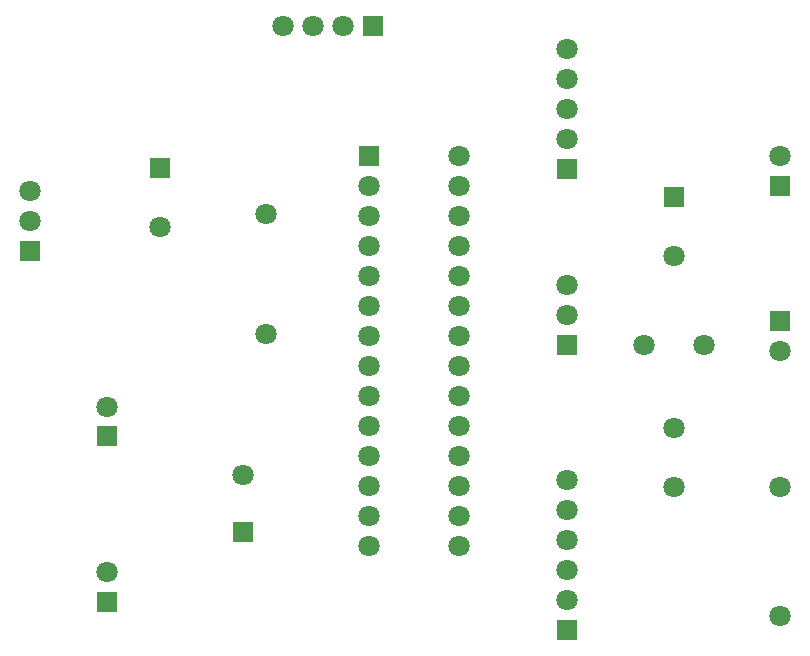
<source format=gbr>
G04*
G04 #@! TF.GenerationSoftware,Altium Limited,Altium Designer,22.5.1 (42)*
G04*
G04 Layer_Physical_Order=1*
G04 Layer_Color=255*
%FSLAX25Y25*%
%MOIN*%
G70*
G04*
G04 #@! TF.SameCoordinates,91A7FE34-10BD-4EC3-A0F0-FFE04F3D5F1F*
G04*
G04*
G04 #@! TF.FilePolarity,Positive*
G04*
G01*
G75*
%ADD14C,0.07087*%
%ADD15R,0.07087X0.07087*%
%ADD19R,0.07087X0.07087*%
D14*
X55118Y115157D02*
D03*
X114016Y242126D02*
D03*
X124016D02*
D03*
X134016D02*
D03*
X279528Y88339D02*
D03*
Y45520D02*
D03*
Y198819D02*
D03*
Y133858D02*
D03*
X208661Y50866D02*
D03*
Y60866D02*
D03*
Y70866D02*
D03*
Y80866D02*
D03*
Y90866D02*
D03*
X55118Y60039D02*
D03*
X108268Y139449D02*
D03*
Y179449D02*
D03*
X142480Y188858D02*
D03*
Y178858D02*
D03*
Y168858D02*
D03*
Y158858D02*
D03*
Y148858D02*
D03*
Y138858D02*
D03*
Y128858D02*
D03*
Y118858D02*
D03*
Y108858D02*
D03*
Y98858D02*
D03*
Y88858D02*
D03*
Y78858D02*
D03*
Y68858D02*
D03*
X172480Y198858D02*
D03*
Y188858D02*
D03*
Y178858D02*
D03*
Y168858D02*
D03*
Y158858D02*
D03*
Y148858D02*
D03*
Y138858D02*
D03*
Y128858D02*
D03*
Y118858D02*
D03*
Y108858D02*
D03*
Y98858D02*
D03*
Y88858D02*
D03*
Y78858D02*
D03*
Y68858D02*
D03*
X254095Y135827D02*
D03*
X234095D02*
D03*
X244094Y108268D02*
D03*
Y88583D02*
D03*
X29528Y187008D02*
D03*
Y177008D02*
D03*
X244094Y165354D02*
D03*
X208661Y234567D02*
D03*
Y224567D02*
D03*
Y214567D02*
D03*
Y204567D02*
D03*
X100394Y92520D02*
D03*
X208661Y145669D02*
D03*
Y155669D02*
D03*
X72835Y175197D02*
D03*
D15*
X55118Y105315D02*
D03*
X279528Y188819D02*
D03*
Y143858D02*
D03*
X208661Y40866D02*
D03*
X55118Y50197D02*
D03*
X244094Y185039D02*
D03*
X208661Y194567D02*
D03*
X100394Y73307D02*
D03*
X208661Y135669D02*
D03*
X72835Y194882D02*
D03*
D19*
X144016Y242126D02*
D03*
X142480Y198858D02*
D03*
X29528Y167008D02*
D03*
M02*

</source>
